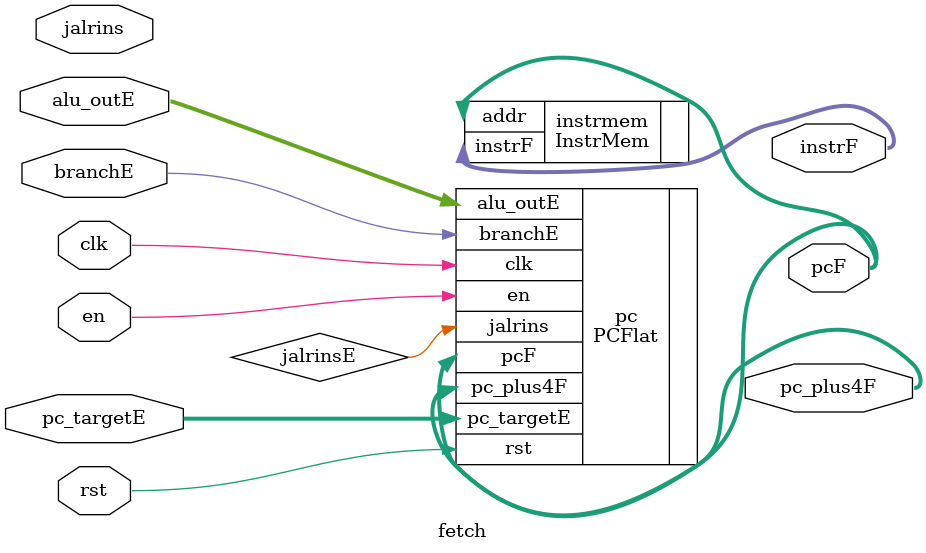
<source format=sv>
module fetch #(
    DATA_WIDTH = 32
) (
    input   logic                     clk,
    input   logic                     rst,
    input   logic                     en,
    input   logic                     branchE,
    input   logic                     jalrins,
    input   logic [DATA_WIDTH-1:0]    pc_targetE,
    input   logic [DATA_WIDTH-1:0]    alu_outE,
    output  logic [DATA_WIDTH-1:0]    instrF,
    output  logic [DATA_WIDTH-1:0]    pcF,
    output  logic [DATA_WIDTH-1:0]    pc_plus4F
);

    //PC
    PCFlat pc (
        .clk(clk),
        .rst(rst),
        .en(en),
        .branchE(branchE),
        .jalrins(jalrinsE),
        .pc_targetE(pc_targetE),
        .alu_outE(alu_outE),
        .pcF(pcF),
        .pc_plus4F(pc_plus4F)
    );

    //Instruction memory
    InstrMem instrmem (
        .addr(pcF),
        .instrF(instrF)
    );

endmodule


</source>
